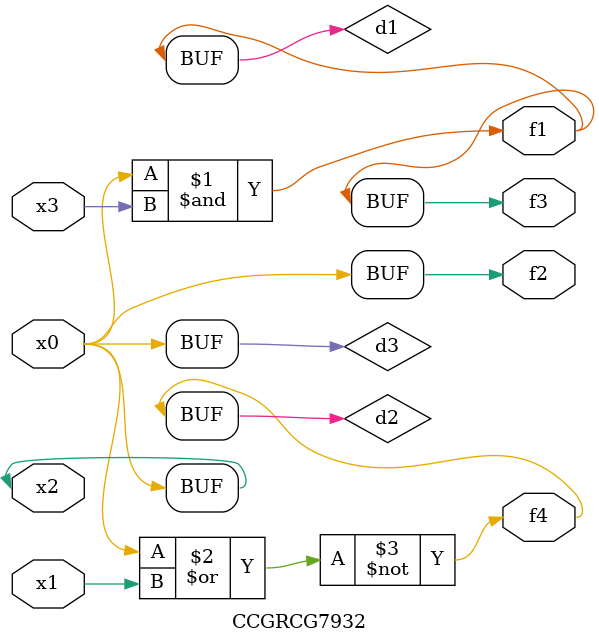
<source format=v>
module CCGRCG7932(
	input x0, x1, x2, x3,
	output f1, f2, f3, f4
);

	wire d1, d2, d3;

	and (d1, x2, x3);
	nor (d2, x0, x1);
	buf (d3, x0, x2);
	assign f1 = d1;
	assign f2 = d3;
	assign f3 = d1;
	assign f4 = d2;
endmodule

</source>
